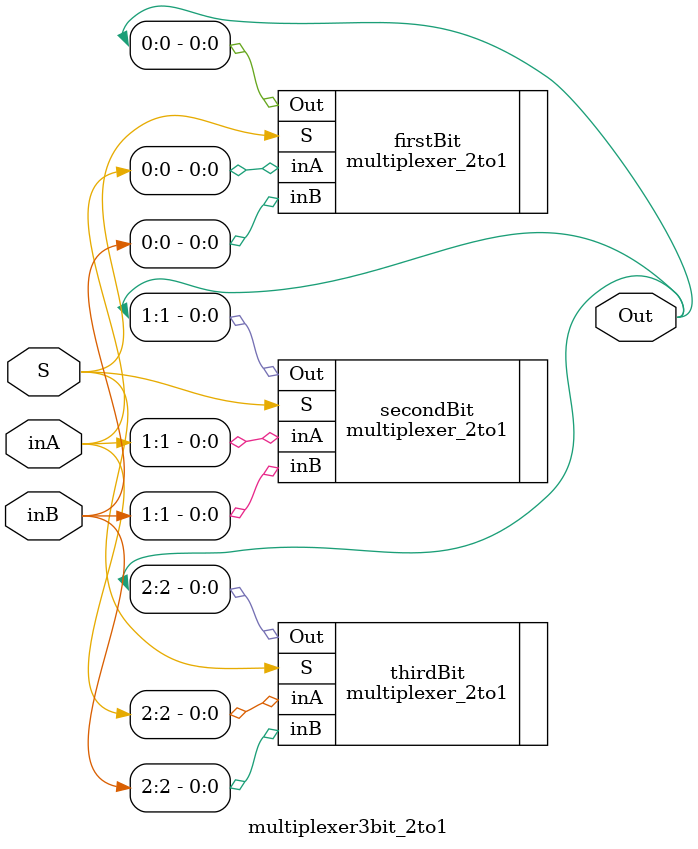
<source format=v>
module multiplexer3bit_2to1 (inA, inB, S, Out);
	input [2:0] inA;
    input [2:0] inB;
    input S;
    output [2:0] Out;


    multiplexer_2to1 firstBit(
        .inA        (inA[0]),
        .inB        (inB[0]),
        .S          (S),
        .Out        (Out[0])
    );

    multiplexer_2to1 secondBit(
        .inA        (inA[1]),
        .inB        (inB[1]),
        .S          (S),
        .Out        (Out[1])
    );

    multiplexer_2to1 thirdBit(
        .inA        (inA[2]),
        .inB        (inB[2]),
        .S          (S),
        .Out        (Out[2])
    );



endmodule

</source>
